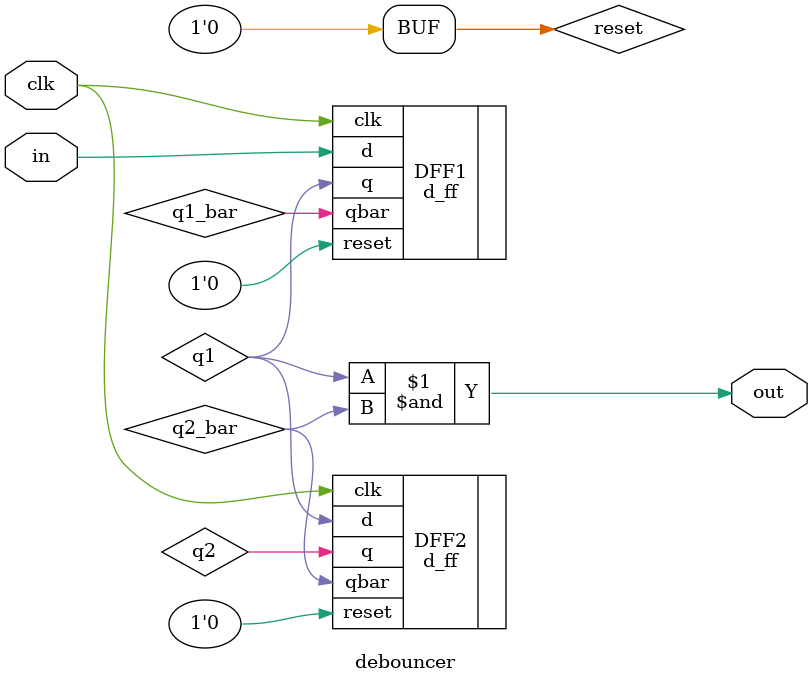
<source format=v>
/* ------------------------------------------------ *
 * Project     : Vending Machine                    *
 * Module      : clk_divider_vm                     *
 * ------------------------------------------------ *
 * File        : clk_divider_vm.v                   *
 * Author      : Nallinikanth                       *
 * Last Edit   : 20/04/2021                         *
 * ------------------------------------------------ *
 * Description : A clock divider that generates a   *
		         clock of 2Hz frequency
 * ------------------------------------------------ */

module debouncer(input clk,
                 input in,  // port from the push button

                 output out // port into the circuit
                 );

wire q1,
     q1_bar,
     q2,
     q2_bar;

supply0 reset;

d_ff DFF1 (.clk(clk), .reset(reset), .d(in), .q(q1), .qbar(q1_bar));
d_ff DFF2 (.clk(clk), .reset(reset), .d(q1), .q(q2), .qbar(q2_bar));

and (out, q1, q2_bar);

endmodule


</source>
